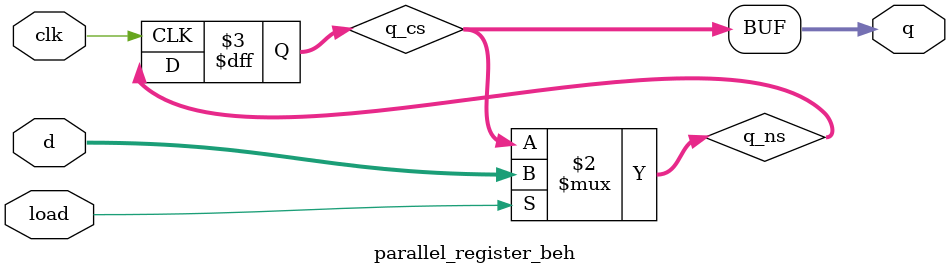
<source format=v>
module parallel_register_beh
#(parameter N = 8)
(
	input [N-1:0]d,
	input clk,
	input load,
    output [N-1:0]q
);

reg [N-1:0] q_cs;
wire [N-1:0] q_ns;

/*
	simply can done using one always block but it is divided for
	ease of debugging and making it systematic
*/

//state memory
always @(posedge clk) begin
	q_cs <= q_ns;
end

//next state logic
assign q_ns = load ? d : q_cs;

//output logic 
assign q = q_cs;

endmodule
</source>
